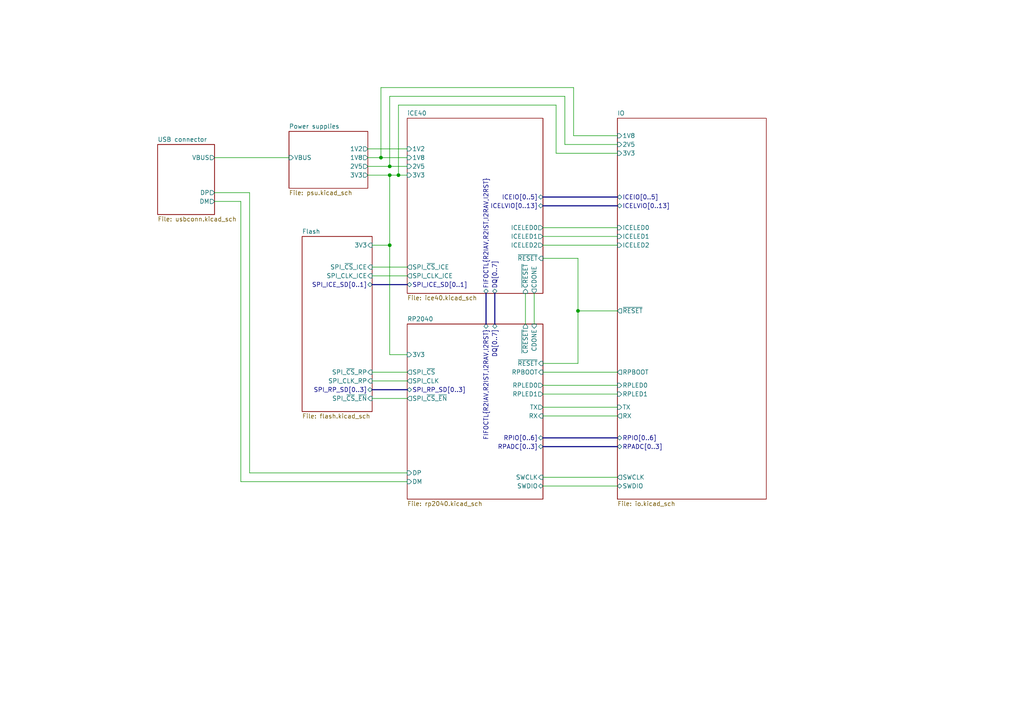
<source format=kicad_sch>
(kicad_sch (version 20211123) (generator eeschema)
  (paper "A4")
  (lib_symbols)
  (junction (at 113.03 50.8))
  (junction (at 113.03 48.26))
  (junction (at 110.49 45.72))
  (junction (at 167.64 90.17))
  (junction (at 115.57 50.8))
  (junction (at 113.03 71.12))
  (wire (pts (xy 62.23 58.42) (xy 69.85 58.42)))
  (wire (pts (xy 157.48 138.43) (xy 179.07 138.43)))
  (wire (pts (xy 167.64 90.17) (xy 167.64 105.41)))
  (wire (pts (xy 72.39 55.88) (xy 72.39 137.16)))
  (wire (pts (xy 157.48 68.58) (xy 179.07 68.58)))
  (wire (pts (xy 115.57 30.48) (xy 115.57 50.8)))
  (wire (pts (xy 161.29 44.45) (xy 161.29 30.48)))
  (wire (pts (xy 107.95 115.57) (xy 118.11 115.57)))
  (wire (pts (xy 107.95 71.12) (xy 113.03 71.12)))
  (wire (pts (xy 72.39 137.16) (xy 118.11 137.16)))
  (wire (pts (xy 157.48 140.97) (xy 179.07 140.97)))
  (wire (pts (xy 166.37 39.37) (xy 166.37 25.4)))
  (wire (pts (xy 110.49 45.72) (xy 118.11 45.72)))
  (bus (pts (xy 157.48 59.69) (xy 179.07 59.69)))
  (wire (pts (xy 157.48 107.95) (xy 179.07 107.95)))
  (wire (pts (xy 157.48 66.04) (xy 179.07 66.04)))
  (wire (pts (xy 106.68 48.26) (xy 113.03 48.26)))
  (wire (pts (xy 69.85 139.7) (xy 118.11 139.7)))
  (wire (pts (xy 179.07 39.37) (xy 166.37 39.37)))
  (wire (pts (xy 179.07 90.17) (xy 167.64 90.17)))
  (wire (pts (xy 107.95 110.49) (xy 118.11 110.49)))
  (wire (pts (xy 157.48 74.93) (xy 167.64 74.93)))
  (wire (pts (xy 157.48 71.12) (xy 179.07 71.12)))
  (wire (pts (xy 154.94 85.09) (xy 154.94 93.98)))
  (bus (pts (xy 107.95 82.55) (xy 118.11 82.55)))
  (wire (pts (xy 113.03 50.8) (xy 115.57 50.8)))
  (wire (pts (xy 163.83 41.91) (xy 163.83 27.94)))
  (wire (pts (xy 157.48 114.3) (xy 179.07 114.3)))
  (bus (pts (xy 143.51 85.09) (xy 143.51 93.98)))
  (wire (pts (xy 118.11 102.87) (xy 113.03 102.87)))
  (wire (pts (xy 110.49 25.4) (xy 110.49 45.72)))
  (wire (pts (xy 106.68 45.72) (xy 110.49 45.72)))
  (bus (pts (xy 157.48 57.15) (xy 179.07 57.15)))
  (bus (pts (xy 157.48 129.54) (xy 179.07 129.54)))
  (wire (pts (xy 179.07 41.91) (xy 163.83 41.91)))
  (wire (pts (xy 179.07 44.45) (xy 161.29 44.45)))
  (wire (pts (xy 106.68 50.8) (xy 113.03 50.8)))
  (wire (pts (xy 62.23 55.88) (xy 72.39 55.88)))
  (wire (pts (xy 69.85 58.42) (xy 69.85 139.7)))
  (wire (pts (xy 161.29 30.48) (xy 115.57 30.48)))
  (wire (pts (xy 157.48 118.11) (xy 179.07 118.11)))
  (bus (pts (xy 140.97 85.09) (xy 140.97 93.98)))
  (wire (pts (xy 113.03 27.94) (xy 113.03 48.26)))
  (wire (pts (xy 152.4 85.09) (xy 152.4 93.98)))
  (wire (pts (xy 113.03 71.12) (xy 113.03 50.8)))
  (wire (pts (xy 163.83 27.94) (xy 113.03 27.94)))
  (wire (pts (xy 167.64 105.41) (xy 157.48 105.41)))
  (wire (pts (xy 107.95 107.95) (xy 118.11 107.95)))
  (bus (pts (xy 157.48 127) (xy 179.07 127)))
  (wire (pts (xy 115.57 50.8) (xy 118.11 50.8)))
  (wire (pts (xy 113.03 102.87) (xy 113.03 71.12)))
  (bus (pts (xy 107.95 113.03) (xy 118.11 113.03)))
  (wire (pts (xy 107.95 80.01) (xy 118.11 80.01)))
  (wire (pts (xy 62.23 45.72) (xy 83.82 45.72)))
  (wire (pts (xy 106.68 43.18) (xy 118.11 43.18)))
  (wire (pts (xy 113.03 48.26) (xy 118.11 48.26)))
  (wire (pts (xy 157.48 120.65) (xy 179.07 120.65)))
  (wire (pts (xy 157.48 111.76) (xy 179.07 111.76)))
  (wire (pts (xy 166.37 25.4) (xy 110.49 25.4)))
  (wire (pts (xy 167.64 74.93) (xy 167.64 90.17)))
  (wire (pts (xy 107.95 77.47) (xy 118.11 77.47)))
  (sheet (at 118.11 34.29) (size 39.37 50.8) (stroke (width 0.1524))
    (property "Sheet name" "iCE40" (at 118.11 33.5784 0) (effects (justify left bottom)))
    (property "Sheet file" "ice40.kicad_sch" (at 118.11 85.6746 0) (effects (justify left top)))
    (pin "1V8" input (at 118.11 45.72 180))
    (pin "2V5" input (at 118.11 48.26 180))
    (pin "~{CRESET}" input (at 152.4 85.09 270))
    (pin "~{RESET}" input (at 157.48 74.93 0))
    (pin "1V2" input (at 118.11 43.18 180))
    (pin "3V3" input (at 118.11 50.8 180))
    (pin "SPI_~{CS}_ICE" output (at 118.11 77.47 180))
    (pin "SPI_CLK_ICE" output (at 118.11 80.01 180))
    (pin "CDONE" output (at 154.94 85.09 270))
    (pin "ICELED0" output (at 157.48 66.04 0))
    (pin "ICELED1" output (at 157.48 68.58 0))
    (pin "ICELED2" output (at 157.48 71.12 0))
    (pin "SPI_ICE_SD[0..1]" bidirectional (at 118.11 82.55 180))
    (pin "FIFOCTL{R2IAV,R2IST,I2RAV,I2RST}" bidirectional (at 140.97 85.09 270))
    (pin "DQ[0..7]" bidirectional (at 143.51 85.09 270))
    (pin "ICELVIO[0..13]" bidirectional (at 157.48 59.69 0))
    (pin "ICEIO[0..5]" bidirectional (at 157.48 57.15 0))
  )
  (sheet (at 83.82 38.1) (size 22.86 16.51) (stroke (width 0.1524))
    (property "Sheet name" "Power supplies" (at 83.82 37.3884 0) (effects (justify left bottom)))
    (property "Sheet file" "psu.kicad_sch" (at 83.82 55.1946 0) (effects (justify left top)))
    (pin "VBUS" input (at 83.82 45.72 180))
    (pin "1V8" output (at 106.68 45.72 0))
    (pin "2V5" output (at 106.68 48.26 0))
    (pin "1V2" output (at 106.68 43.18 0))
    (pin "3V3" output (at 106.68 50.8 0))
  )
  (sheet (at 87.63 68.58) (size 20.32 50.8) (stroke (width 0.1524))
    (property "Sheet name" "Flash" (at 87.63 67.8684 0) (effects (justify left bottom)))
    (property "Sheet file" "flash.kicad_sch" (at 87.63 119.9646 0) (effects (justify left top)))
    (pin "SPI_CLK_RP" input (at 107.95 110.49 0))
    (pin "SPI_CLK_ICE" input (at 107.95 80.01 0))
    (pin "SPI_~{CS}_RP" input (at 107.95 107.95 0))
    (pin "SPI_~{CS}_ICE" input (at 107.95 77.47 0))
    (pin "3V3" input (at 107.95 71.12 0))
    (pin "SPI_ICE_SD[0..1]" bidirectional (at 107.95 82.55 0))
    (pin "SPI_RP_SD[0..3]" bidirectional (at 107.95 113.03 0))
    (pin "SPI_~{CS}_~{EN}" input (at 107.95 115.57 0))
  )
  (sheet (at 45.72 41.91) (size 16.51 20.32) (stroke (width 0.1524))
    (property "Sheet name" "USB connector" (at 45.72 41.1984 0) (effects (justify left bottom)))
    (property "Sheet file" "usbconn.kicad_sch" (at 45.72 62.8146 0) (effects (justify left top)))
    (pin "VBUS" output (at 62.23 45.72 0))
    (pin "DM" output (at 62.23 58.42 0))
    (pin "DP" output (at 62.23 55.88 0))
  )
  (sheet (at 118.11 93.98) (size 39.37 50.8) (stroke (width 0.1524))
    (property "Sheet name" "RP2040" (at 118.11 93.2684 0) (effects (justify left bottom)))
    (property "Sheet file" "rp2040.kicad_sch" (at 118.11 145.3646 0) (effects (justify left top)))
    (pin "SPI_~{CS}" output (at 118.11 107.95 180))
    (pin "SPI_CLK" output (at 118.11 110.49 180))
    (pin "3V3" input (at 118.11 102.87 180))
    (pin "SWCLK" input (at 157.48 138.43 0))
    (pin "~{RESET}" input (at 157.48 105.41 0))
    (pin "DP" input (at 118.11 137.16 180))
    (pin "DM" input (at 118.11 139.7 180))
    (pin "RPBOOT" input (at 157.48 107.95 0))
    (pin "~{CRESET}" output (at 152.4 93.98 90))
    (pin "CDONE" input (at 154.94 93.98 90))
    (pin "SWDIO" bidirectional (at 157.48 140.97 0))
    (pin "RPLED0" output (at 157.48 111.76 0))
    (pin "RPLED1" output (at 157.48 114.3 0))
    (pin "TX" output (at 157.48 118.11 0))
    (pin "RX" input (at 157.48 120.65 0))
    (pin "SPI_RP_SD[0..3]" bidirectional (at 118.11 113.03 180))
    (pin "DQ[0..7]" bidirectional (at 143.51 93.98 90))
    (pin "FIFOCTL{R2IAV,R2IST,I2RAV,I2RST}" bidirectional (at 140.97 93.98 90))
    (pin "RPIO[0..6]" bidirectional (at 157.48 127 0))
    (pin "RPADC[0..3]" bidirectional (at 157.48 129.54 0))
    (pin "SPI_~{CS}_~{EN}" output (at 118.11 115.57 180))
  )
  (sheet (at 179.07 34.29) (size 43.18 110.49) (stroke (width 0.1524))
    (property "Sheet name" "IO" (at 179.07 33.5784 0) (effects (justify left bottom)))
    (property "Sheet file" "io.kicad_sch" (at 179.07 145.3646 0) (effects (justify left top)))
    (pin "~{RESET}" output (at 179.07 90.17 180))
    (pin "SWCLK" output (at 179.07 138.43 180))
    (pin "SWDIO" bidirectional (at 179.07 140.97 180))
    (pin "RPBOOT" output (at 179.07 107.95 180))
    (pin "3V3" input (at 179.07 44.45 180))
    (pin "1V8" input (at 179.07 39.37 180))
    (pin "2V5" input (at 179.07 41.91 180))
    (pin "TX" input (at 179.07 118.11 180))
    (pin "RX" output (at 179.07 120.65 180))
    (pin "RPLED0" input (at 179.07 111.76 180))
    (pin "ICELED2" input (at 179.07 71.12 180))
    (pin "ICELED1" input (at 179.07 68.58 180))
    (pin "ICELED0" input (at 179.07 66.04 180))
    (pin "RPLED1" input (at 179.07 114.3 180))
    (pin "ICEIO[0..5]" bidirectional (at 179.07 57.15 180))
    (pin "ICELVIO[0..13]" bidirectional (at 179.07 59.69 180))
    (pin "RPIO[0..6]" bidirectional (at 179.07 127 180))
    (pin "RPADC[0..3]" bidirectional (at 179.07 129.54 180))
  )
)
</source>
